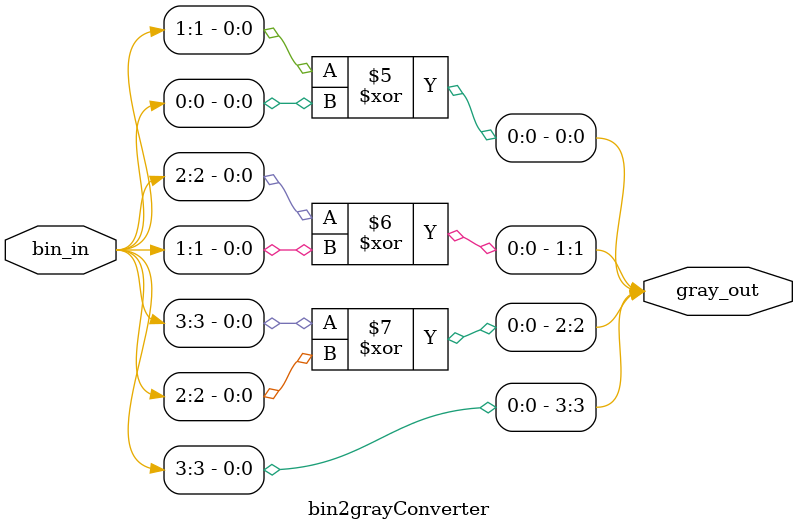
<source format=sv>
`timescale 1ns / 1ps


module bin2grayConverter # (
        parameter N = 4
    )
    (
        input logic [N-1:0] bin_in,
        output logic [N-1:0] gray_out
    );

    always_comb
    begin
        gray_out[N-1] = bin_in[N-1];
        for (int i = 0; i < N-1; i++)
        begin
            gray_out[i] = bin_in[i+1] ^ bin_in[i];
        end
    end
endmodule

</source>
